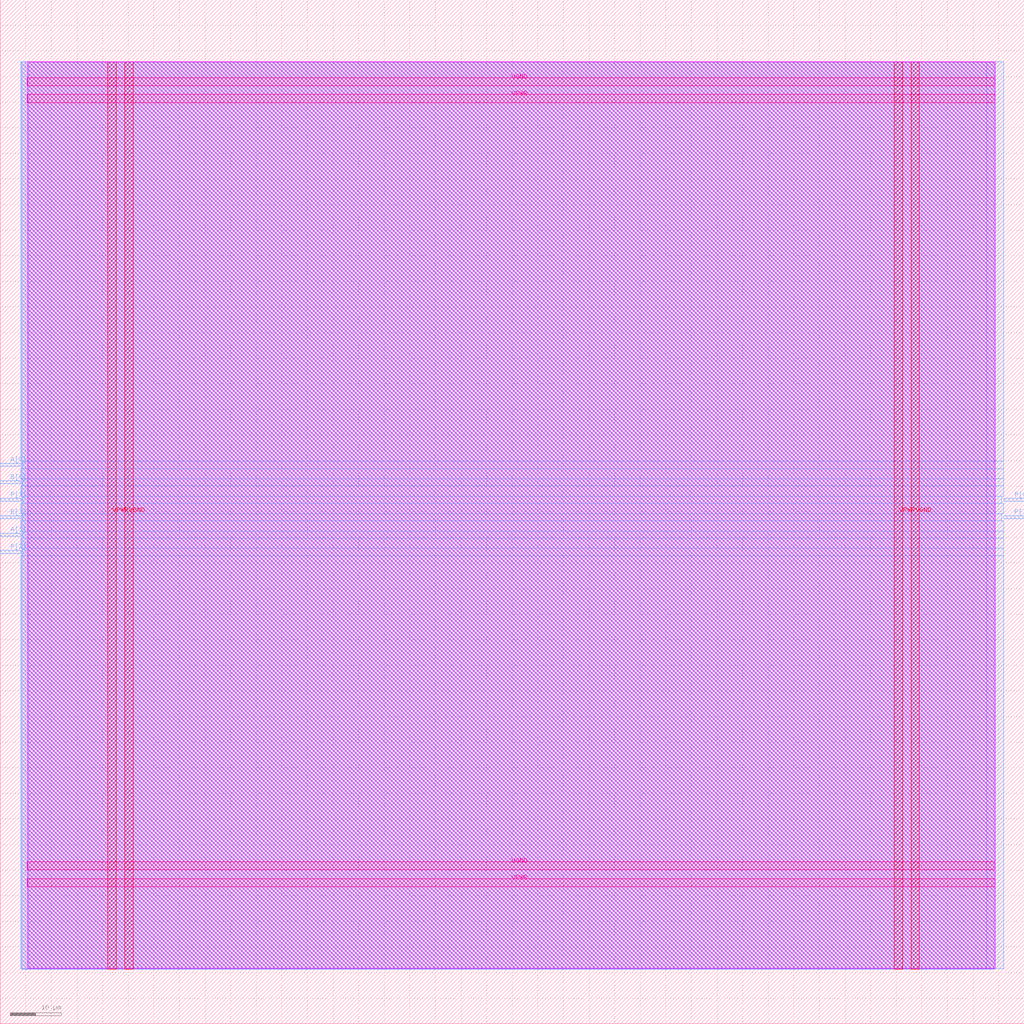
<source format=lef>
VERSION 5.7 ;
  NOWIREEXTENSIONATPIN ON ;
  DIVIDERCHAR "/" ;
  BUSBITCHARS "[]" ;
MACRO SarsaNStepsRuido_e9
  CLASS BLOCK ;
  FOREIGN SarsaNStepsRuido_e9 ;
  ORIGIN 0.000 0.000 ;
  SIZE 200.000 BY 200.000 ;
  PIN A[0]
    DIRECTION INPUT ;
    USE SIGNAL ;
    ANTENNAGATEAREA 0.196500 ;
    PORT
      LAYER met3 ;
        RECT 0.000 108.840 4.000 109.440 ;
    END
  END A[0]
  PIN A[1]
    DIRECTION INPUT ;
    USE SIGNAL ;
    ANTENNAGATEAREA 0.196500 ;
    PORT
      LAYER met3 ;
        RECT 0.000 95.240 4.000 95.840 ;
    END
  END A[1]
  PIN B[0]
    DIRECTION INPUT ;
    USE SIGNAL ;
    ANTENNAGATEAREA 0.196500 ;
    PORT
      LAYER met3 ;
        RECT 0.000 105.440 4.000 106.040 ;
    END
  END B[0]
  PIN B[1]
    DIRECTION INPUT ;
    USE SIGNAL ;
    ANTENNAGATEAREA 0.196500 ;
    PORT
      LAYER met3 ;
        RECT 0.000 98.640 4.000 99.240 ;
    END
  END B[1]
  PIN P[0]
    DIRECTION OUTPUT ;
    USE SIGNAL ;
    PORT
      LAYER met3 ;
        RECT 196.000 102.040 200.000 102.640 ;
    END
  END P[0]
  PIN P[1]
    DIRECTION OUTPUT ;
    USE SIGNAL ;
    ANTENNADIFFAREA 0.445500 ;
    PORT
      LAYER met3 ;
        RECT 196.000 98.640 200.000 99.240 ;
    END
  END P[1]
  PIN P[2]
    DIRECTION OUTPUT ;
    USE SIGNAL ;
    ANTENNADIFFAREA 0.445500 ;
    PORT
      LAYER met3 ;
        RECT 0.000 91.840 4.000 92.440 ;
    END
  END P[2]
  PIN P[3]
    DIRECTION OUTPUT ;
    USE SIGNAL ;
    ANTENNADIFFAREA 0.445500 ;
    PORT
      LAYER met3 ;
        RECT 0.000 102.040 4.000 102.640 ;
    END
  END P[3]
  PIN VGND
    DIRECTION INOUT ;
    USE GROUND ;
    PORT
      LAYER met4 ;
        RECT 24.340 10.640 25.940 187.920 ;
    END
    PORT
      LAYER met4 ;
        RECT 177.940 10.640 179.540 187.920 ;
    END
    PORT
      LAYER met5 ;
        RECT 5.280 30.030 194.360 31.630 ;
    END
    PORT
      LAYER met5 ;
        RECT 5.280 183.210 194.360 184.810 ;
    END
  END VGND
  PIN VPWR
    DIRECTION INOUT ;
    USE POWER ;
    PORT
      LAYER met4 ;
        RECT 21.040 10.640 22.640 187.920 ;
    END
    PORT
      LAYER met4 ;
        RECT 174.640 10.640 176.240 187.920 ;
    END
    PORT
      LAYER met5 ;
        RECT 5.280 26.730 194.360 28.330 ;
    END
    PORT
      LAYER met5 ;
        RECT 5.280 179.910 194.360 181.510 ;
    END
  END VPWR
  OBS
      LAYER nwell ;
        RECT 5.330 10.795 194.310 187.870 ;
      LAYER li1 ;
        RECT 5.520 10.795 194.120 187.765 ;
      LAYER met1 ;
        RECT 4.210 10.640 194.120 187.920 ;
      LAYER met2 ;
        RECT 4.230 10.695 192.650 187.865 ;
      LAYER met3 ;
        RECT 3.990 109.840 196.000 187.845 ;
        RECT 4.400 108.440 196.000 109.840 ;
        RECT 3.990 106.440 196.000 108.440 ;
        RECT 4.400 105.040 196.000 106.440 ;
        RECT 3.990 103.040 196.000 105.040 ;
        RECT 4.400 101.640 195.600 103.040 ;
        RECT 3.990 99.640 196.000 101.640 ;
        RECT 4.400 98.240 195.600 99.640 ;
        RECT 3.990 96.240 196.000 98.240 ;
        RECT 4.400 94.840 196.000 96.240 ;
        RECT 3.990 92.840 196.000 94.840 ;
        RECT 4.400 91.440 196.000 92.840 ;
        RECT 3.990 10.715 196.000 91.440 ;
  END
END SarsaNStepsRuido_e9
END LIBRARY


</source>
